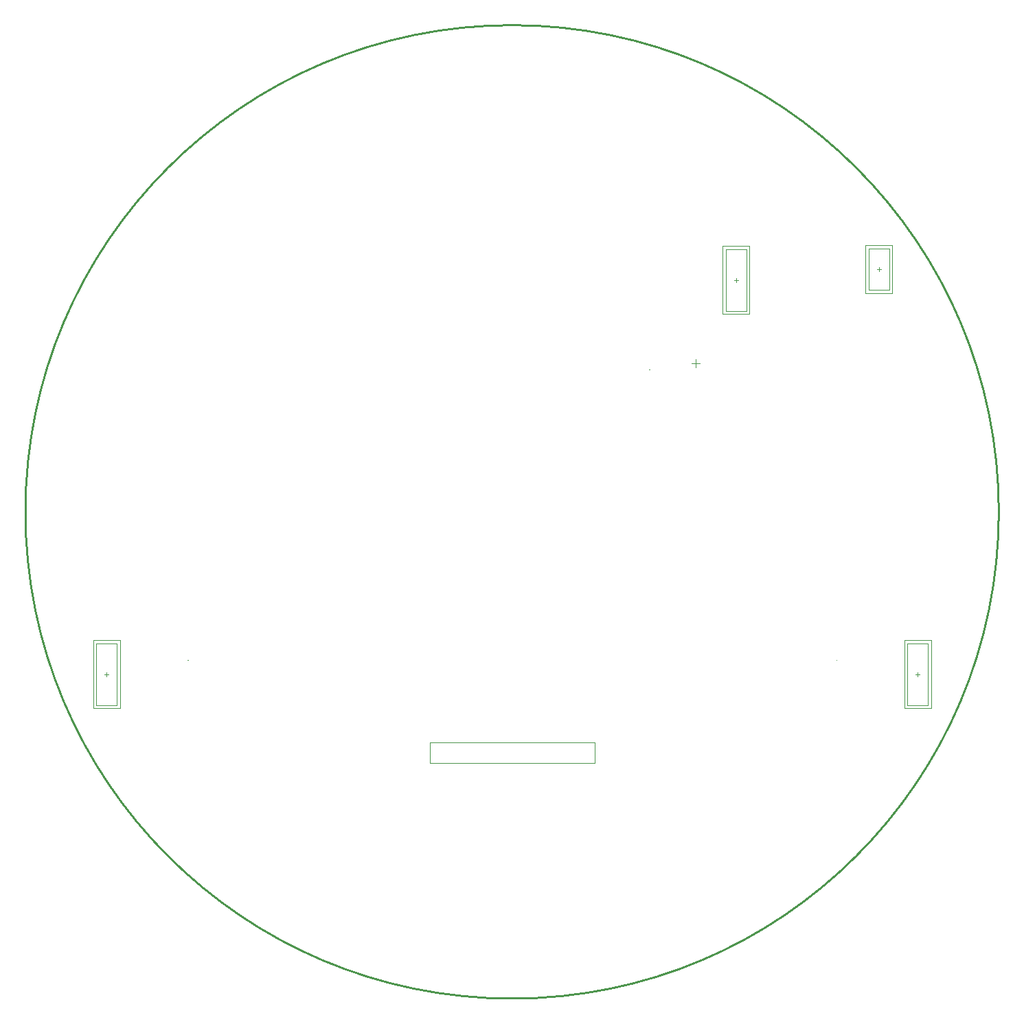
<source format=gbp>
G04*
G04 #@! TF.GenerationSoftware,Altium Limited,CircuitMaker,2.2.1 (6)*
G04*
G04 Layer_Color=16770453*
%FSLAX44Y44*%
%MOMM*%
G71*
G04*
G04 #@! TF.SameCoordinates,9E674738-4F13-4C75-B363-8A9F2A517ECE*
G04*
G04*
G04 #@! TF.FilePolarity,Positive*
G04*
G01*
G75*
%ADD10C,0.0500*%
%ADD13C,0.1000*%
%ADD14C,0.2540*%
%ADD15C,0.0000*%
D10*
X892510Y844090D02*
Y927910D01*
X859490Y844090D02*
X892510D01*
X859490D02*
Y927910D01*
X892510D01*
X83490Y358090D02*
Y441910D01*
X116510D01*
Y358090D02*
Y441910D01*
X83490Y358090D02*
X116510D01*
X1083490D02*
Y441910D01*
X1116510D01*
Y358090D02*
Y441910D01*
X1083490Y358090D02*
X1116510D01*
X1035490Y928600D02*
X1068510D01*
X1035490Y869400D02*
Y928600D01*
Y869400D02*
X1068510D01*
Y928600D01*
D13*
X863300Y924100D02*
X888700D01*
X863300Y847900D02*
Y924100D01*
Y847900D02*
X888700D01*
Y924100D01*
X87300Y361900D02*
X112700D01*
Y438100D01*
X87300D02*
X112700D01*
X87300Y361900D02*
Y438100D01*
X1087300Y361900D02*
X1112700D01*
Y438100D01*
X1087300D02*
X1112700D01*
X1087300Y361900D02*
Y438100D01*
X1039300Y924400D02*
X1064700D01*
X1039300Y873600D02*
Y924400D01*
Y873600D02*
X1064700D01*
Y924400D01*
X876000Y883460D02*
Y888540D01*
X873460Y886000D02*
X878540D01*
X100000Y397460D02*
Y402540D01*
X97460Y400000D02*
X102540D01*
X1100000Y397460D02*
Y402540D01*
X1097460Y400000D02*
X1102540D01*
X1052000Y896460D02*
Y901540D01*
X1049460Y899000D02*
X1054540D01*
X826000Y778000D02*
Y788000D01*
X821000Y783000D02*
X831000D01*
X768998Y775581D02*
X769261D01*
X200000Y417580D02*
X200263D01*
X1000000D02*
X1000263D01*
D14*
X1200000Y600000D02*
G03*
X1200000Y600000I-600000J0D01*
G01*
D15*
X701600Y290300D02*
Y315700D01*
X498400D02*
X701600D01*
X498400Y290300D02*
Y315700D01*
Y290300D02*
X701600D01*
X498400D02*
X701600D01*
X498400D02*
Y315700D01*
X701600D01*
Y290300D02*
Y315700D01*
Y290300D02*
Y315700D01*
X498400D02*
X701600D01*
X498400Y290300D02*
Y315700D01*
Y290300D02*
X701600D01*
M02*

</source>
